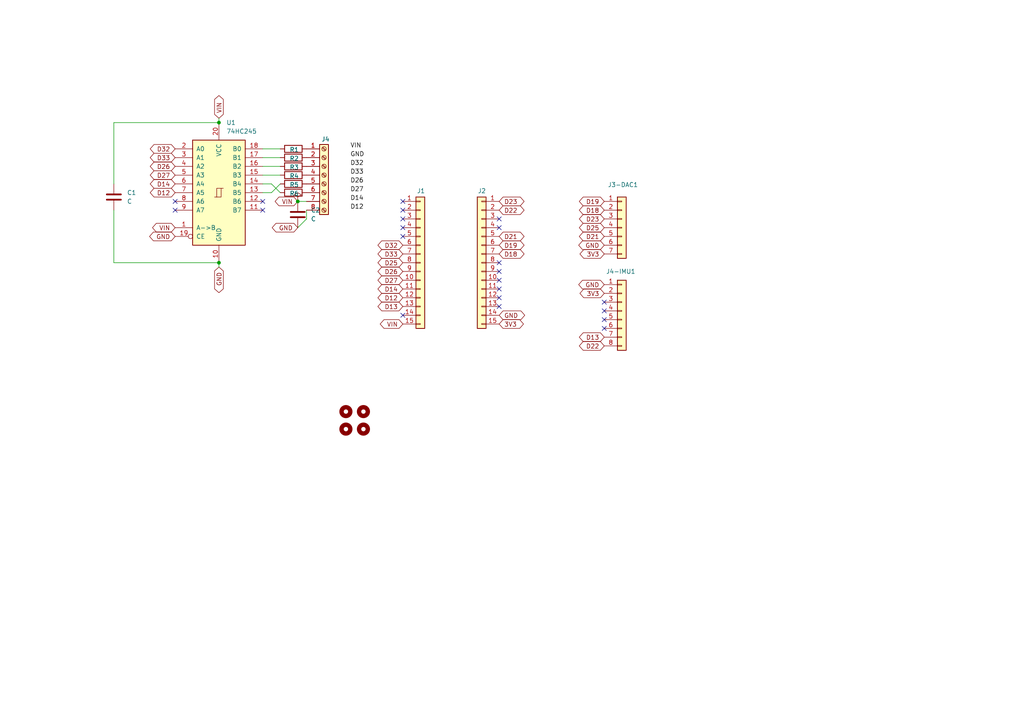
<source format=kicad_sch>
(kicad_sch (version 20250114) (generator "eeschema") (generator_version "9.0")
  (paper "A4")
  (lib_symbols
    (symbol "74xx:74HC245" (pin_names (offset 1.016))
      (property "Reference" "U" (at -7.62 16.51 0))
      (property "Value" "74HC245" (at -7.62 -16.51 0))
      (symbol "74HC245_1_0"
        (polyline (pts (xy -1.27 -1.27) (xy 0.635 -1.27) (xy 0.635 1.27) (xy 1.27 1.27)))
        (polyline (pts (xy -0.635 -1.27) (xy -0.635 1.27) (xy 0.635 1.27)))
        (pin tri_state line (at -12.7 12.7 0) (length 5.08) (name "A0") (number "2"))
        (pin tri_state line (at -12.7 10.16 0) (length 5.08) (name "A1") (number "3"))
        (pin tri_state line (at -12.7 7.62 0) (length 5.08) (name "A2") (number "4"))
        (pin tri_state line (at -12.7 5.08 0) (length 5.08) (name "A3") (number "5"))
        (pin tri_state line (at -12.7 2.54 0) (length 5.08) (name "A4") (number "6"))
        (pin tri_state line (at -12.7 0 0) (length 5.08) (name "A5") (number "7"))
        (pin tri_state line (at -12.7 -2.54 0) (length 5.08) (name "A6") (number "8"))
        (pin tri_state line (at -12.7 -5.08 0) (length 5.08) (name "A7") (number "9"))
        (pin input line (at -12.7 -10.16 0) (length 5.08) (name "A->B") (number "1"))
        (pin input inverted (at -12.7 -12.7 0) (length 5.08) (name "CE") (number "19"))
        (pin power_in line (at 0 20.32 270) (length 5.08) (name "VCC") (number "20"))
        (pin power_in line (at 0 -20.32 90) (length 5.08) (name "GND") (number "10"))
        (pin tri_state line (at 12.7 12.7 180) (length 5.08) (name "B0") (number "18"))
        (pin tri_state line (at 12.7 10.16 180) (length 5.08) (name "B1") (number "17"))
        (pin tri_state line (at 12.7 7.62 180) (length 5.08) (name "B2") (number "16"))
        (pin tri_state line (at 12.7 5.08 180) (length 5.08) (name "B3") (number "15"))
        (pin tri_state line (at 12.7 2.54 180) (length 5.08) (name "B4") (number "14"))
        (pin tri_state line (at 12.7 0 180) (length 5.08) (name "B5") (number "13"))
        (pin tri_state line (at 12.7 -2.54 180) (length 5.08) (name "B6") (number "12"))
        (pin tri_state line (at 12.7 -5.08 180) (length 5.08) (name "B7") (number "11"))
      )
      (symbol "74HC245_1_1"
        (rectangle (start -7.62 15.24) (end 7.62 -15.24) (stroke (width 0.254)) (fill (type background)))
      )
    )
    (symbol "Connector:Screw_Terminal_01x08" (pin_names (offset 1.016) (hide yes))
      (property "Reference" "J" (at 0 10.16 0))
      (property "Value" "Screw_Terminal_01x08" (at 0 -12.7 0))
      (symbol "Screw_Terminal_01x08_1_1"
        (rectangle (start -1.27 8.89) (end 1.27 -11.43) (stroke (width 0.254)) (fill (type background)))
        (polyline (pts (xy -0.5334 7.9502) (xy 0.3302 7.112)) (stroke (width 0.1524)))
        (polyline (pts (xy -0.5334 5.4102) (xy 0.3302 4.572)) (stroke (width 0.1524)))
        (polyline (pts (xy -0.5334 2.8702) (xy 0.3302 2.032)) (stroke (width 0.1524)))
        (polyline (pts (xy -0.5334 0.3302) (xy 0.3302 -0.508)) (stroke (width 0.1524)))
        (polyline (pts (xy -0.5334 -2.2098) (xy 0.3302 -3.048)) (stroke (width 0.1524)))
        (polyline (pts (xy -0.5334 -4.7498) (xy 0.3302 -5.588)) (stroke (width 0.1524)))
        (polyline (pts (xy -0.5334 -7.2898) (xy 0.3302 -8.128)) (stroke (width 0.1524)))
        (polyline (pts (xy -0.5334 -9.8298) (xy 0.3302 -10.668)) (stroke (width 0.1524)))
        (polyline (pts (xy -0.3556 8.128) (xy 0.508 7.2898)) (stroke (width 0.1524)))
        (polyline (pts (xy -0.3556 5.588) (xy 0.508 4.7498)) (stroke (width 0.1524)))
        (polyline (pts (xy -0.3556 3.048) (xy 0.508 2.2098)) (stroke (width 0.1524)))
        (polyline (pts (xy -0.3556 0.508) (xy 0.508 -0.3302)) (stroke (width 0.1524)))
        (polyline (pts (xy -0.3556 -2.032) (xy 0.508 -2.8702)) (stroke (width 0.1524)))
        (polyline (pts (xy -0.3556 -4.572) (xy 0.508 -5.4102)) (stroke (width 0.1524)))
        (polyline (pts (xy -0.3556 -7.112) (xy 0.508 -7.9502)) (stroke (width 0.1524)))
        (polyline (pts (xy -0.3556 -9.652) (xy 0.508 -10.4902)) (stroke (width 0.1524)))
        (circle (center 0 7.62) (radius 0.635) (stroke (width 0.1524)))
        (circle (center 0 5.08) (radius 0.635) (stroke (width 0.1524)))
        (circle (center 0 2.54) (radius 0.635) (stroke (width 0.1524)))
        (circle (center 0 0) (radius 0.635) (stroke (width 0.1524)))
        (circle (center 0 -2.54) (radius 0.635) (stroke (width 0.1524)))
        (circle (center 0 -5.08) (radius 0.635) (stroke (width 0.1524)))
        (circle (center 0 -7.62) (radius 0.635) (stroke (width 0.1524)))
        (circle (center 0 -10.16) (radius 0.635) (stroke (width 0.1524)))
        (pin passive line (at -5.08 7.62 0) (length 3.81) (name "Pin_1") (number "1"))
        (pin passive line (at -5.08 5.08 0) (length 3.81) (name "Pin_2") (number "2"))
        (pin passive line (at -5.08 2.54 0) (length 3.81) (name "Pin_3") (number "3"))
        (pin passive line (at -5.08 0 0) (length 3.81) (name "Pin_4") (number "4"))
        (pin passive line (at -5.08 -2.54 0) (length 3.81) (name "Pin_5") (number "5"))
        (pin passive line (at -5.08 -5.08 0) (length 3.81) (name "Pin_6") (number "6"))
        (pin passive line (at -5.08 -7.62 0) (length 3.81) (name "Pin_7") (number "7"))
        (pin passive line (at -5.08 -10.16 0) (length 3.81) (name "Pin_8") (number "8"))
      )
    )
    (symbol "Connector_Generic:Conn_01x07" (pin_names (offset 1.016) (hide yes))
      (property "Reference" "J" (at 0 10.16 0))
      (property "Value" "Conn_01x07" (at 0 -10.16 0))
      (symbol "Conn_01x07_1_1"
        (rectangle (start -1.27 8.89) (end 1.27 -8.89) (stroke (width 0.254)) (fill (type background)))
        (rectangle (start -1.27 7.747) (end 0 7.493) (stroke (width 0.1524)))
        (rectangle (start -1.27 5.207) (end 0 4.953) (stroke (width 0.1524)))
        (rectangle (start -1.27 2.667) (end 0 2.413) (stroke (width 0.1524)))
        (rectangle (start -1.27 0.127) (end 0 -0.127) (stroke (width 0.1524)))
        (rectangle (start -1.27 -2.413) (end 0 -2.667) (stroke (width 0.1524)))
        (rectangle (start -1.27 -4.953) (end 0 -5.207) (stroke (width 0.1524)))
        (rectangle (start -1.27 -7.493) (end 0 -7.747) (stroke (width 0.1524)))
        (pin passive line (at -5.08 7.62 0) (length 3.81) (name "Pin_1") (number "1"))
        (pin passive line (at -5.08 5.08 0) (length 3.81) (name "Pin_2") (number "2"))
        (pin passive line (at -5.08 2.54 0) (length 3.81) (name "Pin_3") (number "3"))
        (pin passive line (at -5.08 0 0) (length 3.81) (name "Pin_4") (number "4"))
        (pin passive line (at -5.08 -2.54 0) (length 3.81) (name "Pin_5") (number "5"))
        (pin passive line (at -5.08 -5.08 0) (length 3.81) (name "Pin_6") (number "6"))
        (pin passive line (at -5.08 -7.62 0) (length 3.81) (name "Pin_7") (number "7"))
      )
    )
    (symbol "Connector_Generic:Conn_01x08" (pin_names (offset 1.016) (hide yes))
      (property "Reference" "J" (at 0 10.16 0))
      (property "Value" "Conn_01x08" (at 0 -12.7 0))
      (symbol "Conn_01x08_1_1"
        (rectangle (start -1.27 8.89) (end 1.27 -11.43) (stroke (width 0.254)) (fill (type background)))
        (rectangle (start -1.27 7.747) (end 0 7.493) (stroke (width 0.1524)))
        (rectangle (start -1.27 5.207) (end 0 4.953) (stroke (width 0.1524)))
        (rectangle (start -1.27 2.667) (end 0 2.413) (stroke (width 0.1524)))
        (rectangle (start -1.27 0.127) (end 0 -0.127) (stroke (width 0.1524)))
        (rectangle (start -1.27 -2.413) (end 0 -2.667) (stroke (width 0.1524)))
        (rectangle (start -1.27 -4.953) (end 0 -5.207) (stroke (width 0.1524)))
        (rectangle (start -1.27 -7.493) (end 0 -7.747) (stroke (width 0.1524)))
        (rectangle (start -1.27 -10.033) (end 0 -10.287) (stroke (width 0.1524)))
        (pin passive line (at -5.08 7.62 0) (length 3.81) (name "Pin_1") (number "1"))
        (pin passive line (at -5.08 5.08 0) (length 3.81) (name "Pin_2") (number "2"))
        (pin passive line (at -5.08 2.54 0) (length 3.81) (name "Pin_3") (number "3"))
        (pin passive line (at -5.08 0 0) (length 3.81) (name "Pin_4") (number "4"))
        (pin passive line (at -5.08 -2.54 0) (length 3.81) (name "Pin_5") (number "5"))
        (pin passive line (at -5.08 -5.08 0) (length 3.81) (name "Pin_6") (number "6"))
        (pin passive line (at -5.08 -7.62 0) (length 3.81) (name "Pin_7") (number "7"))
        (pin passive line (at -5.08 -10.16 0) (length 3.81) (name "Pin_8") (number "8"))
      )
    )
    (symbol "Connector_Generic:Conn_01x15" (pin_names (offset 1.016) (hide yes))
      (property "Reference" "J" (at 0 20.32 0))
      (property "Value" "Conn_01x15" (at 0 -20.32 0))
      (symbol "Conn_01x15_1_1"
        (rectangle (start -1.27 19.05) (end 1.27 -19.05) (stroke (width 0.254)) (fill (type background)))
        (rectangle (start -1.27 17.907) (end 0 17.653) (stroke (width 0.1524)))
        (rectangle (start -1.27 15.367) (end 0 15.113) (stroke (width 0.1524)))
        (rectangle (start -1.27 12.827) (end 0 12.573) (stroke (width 0.1524)))
        (rectangle (start -1.27 10.287) (end 0 10.033) (stroke (width 0.1524)))
        (rectangle (start -1.27 7.747) (end 0 7.493) (stroke (width 0.1524)))
        (rectangle (start -1.27 5.207) (end 0 4.953) (stroke (width 0.1524)))
        (rectangle (start -1.27 2.667) (end 0 2.413) (stroke (width 0.1524)))
        (rectangle (start -1.27 0.127) (end 0 -0.127) (stroke (width 0.1524)))
        (rectangle (start -1.27 -2.413) (end 0 -2.667) (stroke (width 0.1524)))
        (rectangle (start -1.27 -4.953) (end 0 -5.207) (stroke (width 0.1524)))
        (rectangle (start -1.27 -7.493) (end 0 -7.747) (stroke (width 0.1524)))
        (rectangle (start -1.27 -10.033) (end 0 -10.287) (stroke (width 0.1524)))
        (rectangle (start -1.27 -12.573) (end 0 -12.827) (stroke (width 0.1524)))
        (rectangle (start -1.27 -15.113) (end 0 -15.367) (stroke (width 0.1524)))
        (rectangle (start -1.27 -17.653) (end 0 -17.907) (stroke (width 0.1524)))
        (pin passive line (at -5.08 17.78 0) (length 3.81) (name "Pin_1") (number "1"))
        (pin passive line (at -5.08 15.24 0) (length 3.81) (name "Pin_2") (number "2"))
        (pin passive line (at -5.08 12.7 0) (length 3.81) (name "Pin_3") (number "3"))
        (pin passive line (at -5.08 10.16 0) (length 3.81) (name "Pin_4") (number "4"))
        (pin passive line (at -5.08 7.62 0) (length 3.81) (name "Pin_5") (number "5"))
        (pin passive line (at -5.08 5.08 0) (length 3.81) (name "Pin_6") (number "6"))
        (pin passive line (at -5.08 2.54 0) (length 3.81) (name "Pin_7") (number "7"))
        (pin passive line (at -5.08 0 0) (length 3.81) (name "Pin_8") (number "8"))
        (pin passive line (at -5.08 -2.54 0) (length 3.81) (name "Pin_9") (number "9"))
        (pin passive line (at -5.08 -5.08 0) (length 3.81) (name "Pin_10") (number "10"))
        (pin passive line (at -5.08 -7.62 0) (length 3.81) (name "Pin_11") (number "11"))
        (pin passive line (at -5.08 -10.16 0) (length 3.81) (name "Pin_12") (number "12"))
        (pin passive line (at -5.08 -12.7 0) (length 3.81) (name "Pin_13") (number "13"))
        (pin passive line (at -5.08 -15.24 0) (length 3.81) (name "Pin_14") (number "14"))
        (pin passive line (at -5.08 -17.78 0) (length 3.81) (name "Pin_15") (number "15"))
      )
    )
    (symbol "Device:C" (pin_numbers (hide yes)) (pin_names (offset 0.254))
      (property "Reference" "C" (at 0.635 2.54 0))
      (property "Value" "C" (at 0.635 -2.54 0))
      (symbol "C_0_1"
        (polyline (pts (xy -2.032 0.762) (xy 2.032 0.762)) (stroke (width 0.508)))
        (polyline (pts (xy -2.032 -0.762) (xy 2.032 -0.762)) (stroke (width 0.508)))
      )
      (symbol "C_1_1"
        (pin passive line (at 0 3.81 270) (length 2.794) (name "~") (number "1"))
        (pin passive line (at 0 -3.81 90) (length 2.794) (name "~") (number "2"))
      )
    )
    (symbol "Device:R" (pin_numbers (hide yes)) (pin_names (offset 0))
      (property "Reference" "R" (at 2.032 0 90))
      (property "Value" "R" (at 0 0 90))
      (symbol "R_0_1"
        (rectangle (start -1.016 -2.54) (end 1.016 2.54) (stroke (width 0.254)))
      )
      (symbol "R_1_1"
        (pin passive line (at 0 3.81 270) (length 1.27) (name "~") (number "1"))
        (pin passive line (at 0 -3.81 90) (length 1.27) (name "~") (number "2"))
      )
    )
    (symbol "Mechanical:MountingHole" (pin_names (offset 1.016)) (in_bom no)
      (property "Reference" "H" (at 0 5.08 0))
      (property "Value" "MountingHole" (at 0 3.175 0))
      (symbol "MountingHole_0_1"
        (circle (center 0 0) (radius 1.27) (stroke (width 1.27)))
      )
    )
    (symbol "power:PWR_FLAG" (power) (pin_numbers (hide yes)) (pin_names (offset 0) (hide yes))
      (property "Value" "PWR_FLAG" (at 0 3.81 0))
      (symbol "PWR_FLAG_0_0"
        (pin power_out line (at 0 0 90) (length 0) (name "~") (number "1"))
      )
      (symbol "PWR_FLAG_0_1"
        (polyline (pts (xy 0 0) (xy 0 1.27) (xy -1.016 1.905) (xy 0 2.54) (xy 1.016 1.905) (xy 0 1.27)))
      )
    )
  )
  (junction (at 63.5 76.2))
  (junction (at 63.5 35.56))
  (junction (at 86.36 58.42))
  (no_connect (at 116.84 60.96))
  (no_connect (at 116.84 58.42))
  (no_connect (at 116.84 63.5))
  (no_connect (at 175.26 95.25))
  (no_connect (at 144.78 86.36))
  (no_connect (at 116.84 66.04))
  (no_connect (at 144.78 76.2))
  (no_connect (at 144.78 63.5))
  (no_connect (at 116.84 68.58))
  (no_connect (at 116.84 91.44))
  (no_connect (at 144.78 83.82))
  (no_connect (at 175.26 90.17))
  (no_connect (at 50.8 58.42))
  (no_connect (at 144.78 81.28))
  (no_connect (at 76.2 58.42))
  (no_connect (at 50.8 60.96))
  (no_connect (at 76.2 60.96))
  (no_connect (at 175.26 87.63))
  (no_connect (at 144.78 78.74))
  (no_connect (at 175.26 92.71))
  (no_connect (at 144.78 88.9))
  (no_connect (at 144.78 66.04))
  (wire (pts (xy 78.74 53.34) (xy 81.28 55.88)))
  (wire (pts (xy 81.28 50.8) (xy 76.2 50.8)))
  (wire (pts (xy 78.74 55.88) (xy 81.28 53.34)))
  (wire (pts (xy 76.2 55.88) (xy 78.74 55.88)))
  (wire (pts (xy 63.5 34.29) (xy 63.5 35.56)))
  (wire (pts (xy 76.2 53.34) (xy 78.74 53.34)))
  (wire (pts (xy 33.02 60.96) (xy 33.02 76.2)))
  (wire (pts (xy 81.28 45.72) (xy 76.2 45.72)))
  (wire (pts (xy 86.36 58.42) (xy 88.9 58.42)))
  (wire (pts (xy 33.02 76.2) (xy 63.5 76.2)))
  (wire (pts (xy 88.9 60.96) (xy 88.9 63.5)))
  (wire (pts (xy 76.2 43.18) (xy 81.28 43.18)))
  (wire (pts (xy 88.9 63.5) (xy 86.36 66.04)))
  (wire (pts (xy 33.02 35.56) (xy 63.5 35.56)))
  (wire (pts (xy 33.02 35.56) (xy 33.02 53.34)))
  (wire (pts (xy 81.28 48.26) (xy 76.2 48.26)))
  (wire (pts (xy 63.5 77.47) (xy 63.5 76.2)))
  (label "GND" (at 101.6 45.72 0))
  (label "D26" (at 101.6 53.34 0))
  (label "D12" (at 101.6 60.96 0))
  (label "D14" (at 101.6 58.42 0))
  (label "D33" (at 101.6 50.8 0))
  (label "D32" (at 101.6 48.26 0))
  (label "VIN" (at 101.6 43.18 0))
  (label "D27" (at 101.6 55.88 0))
  (global_label "D21" (shape bidirectional) (at 144.78 68.58 0) (property "Intersheetrefs" "${INTERSHEET_REFS}" (effects (hide yes))))
  (global_label "D33" (shape bidirectional) (at 116.84 73.66 180) (property "Intersheetrefs" "${INTERSHEET_REFS}" (effects (hide yes))))
  (global_label "D19" (shape bidirectional) (at 144.78 71.12 0) (property "Intersheetrefs" "${INTERSHEET_REFS}" (effects (hide yes))))
  (global_label "D22" (shape bidirectional) (at 144.78 60.96 0) (property "Intersheetrefs" "${INTERSHEET_REFS}" (effects (hide yes))))
  (global_label "D21" (shape bidirectional) (at 175.26 68.58 180) (property "Intersheetrefs" "${INTERSHEET_REFS}" (effects (hide yes))))
  (global_label "D25" (shape bidirectional) (at 116.84 76.2 180) (property "Intersheetrefs" "${INTERSHEET_REFS}" (effects (hide yes))))
  (global_label "D18" (shape bidirectional) (at 144.78 73.66 0) (property "Intersheetrefs" "${INTERSHEET_REFS}" (effects (hide yes))))
  (global_label "VIN" (shape bidirectional) (at 63.5 34.29 90) (property "Intersheetrefs" "${INTERSHEET_REFS}" (effects (hide yes))))
  (global_label "D26" (shape bidirectional) (at 50.8 48.26 180) (property "Intersheetrefs" "${INTERSHEET_REFS}" (effects (hide yes))))
  (global_label "D25" (shape bidirectional) (at 175.26 66.04 180) (property "Intersheetrefs" "${INTERSHEET_REFS}" (effects (hide yes))))
  (global_label "3V3" (shape bidirectional) (at 175.26 73.66 180) (property "Intersheetrefs" "${INTERSHEET_REFS}" (effects (hide yes))))
  (global_label "VIN" (shape bidirectional) (at 116.84 93.98 180) (property "Intersheetrefs" "${INTERSHEET_REFS}" (effects (hide yes))))
  (global_label "D27" (shape bidirectional) (at 116.84 81.28 180) (property "Intersheetrefs" "${INTERSHEET_REFS}" (effects (hide yes))))
  (global_label "D22" (shape bidirectional) (at 175.26 100.33 180) (property "Intersheetrefs" "${INTERSHEET_REFS}" (effects (hide yes))))
  (global_label "D32" (shape bidirectional) (at 116.84 71.12 180) (property "Intersheetrefs" "${INTERSHEET_REFS}" (effects (hide yes))))
  (global_label "D13" (shape bidirectional) (at 116.84 88.9 180) (property "Intersheetrefs" "${INTERSHEET_REFS}" (effects (hide yes))))
  (global_label "VIN" (shape bidirectional) (at 50.8 66.04 180) (property "Intersheetrefs" "${INTERSHEET_REFS}" (effects (hide yes))))
  (global_label "3V3" (shape bidirectional) (at 175.26 85.09 180) (property "Intersheetrefs" "${INTERSHEET_REFS}" (effects (hide yes))))
  (global_label "GND" (shape bidirectional) (at 50.8 68.58 180) (property "Intersheetrefs" "${INTERSHEET_REFS}" (effects (hide yes))))
  (global_label "D23" (shape bidirectional) (at 175.26 63.5 180) (property "Intersheetrefs" "${INTERSHEET_REFS}" (effects (hide yes))))
  (global_label "GND" (shape bidirectional) (at 63.5 77.47 270) (property "Intersheetrefs" "${INTERSHEET_REFS}" (effects (hide yes))))
  (global_label "GND" (shape bidirectional) (at 175.26 82.55 180) (property "Intersheetrefs" "${INTERSHEET_REFS}" (effects (hide yes))))
  (global_label "D18" (shape bidirectional) (at 175.26 60.96 180) (property "Intersheetrefs" "${INTERSHEET_REFS}" (effects (hide yes))))
  (global_label "D13" (shape bidirectional) (at 175.26 97.79 180) (property "Intersheetrefs" "${INTERSHEET_REFS}" (effects (hide yes))))
  (global_label "D32" (shape bidirectional) (at 50.8 43.18 180) (property "Intersheetrefs" "${INTERSHEET_REFS}" (effects (hide yes))))
  (global_label "VIN" (shape bidirectional) (at 86.36 58.42 180) (property "Intersheetrefs" "${INTERSHEET_REFS}" (effects (hide yes))))
  (global_label "GND" (shape bidirectional) (at 144.78 91.44 0) (property "Intersheetrefs" "${INTERSHEET_REFS}" (effects (hide yes))))
  (global_label "3V3" (shape bidirectional) (at 144.78 93.98 0) (property "Intersheetrefs" "${INTERSHEET_REFS}" (effects (hide yes))))
  (global_label "D27" (shape bidirectional) (at 50.8 50.8 180) (property "Intersheetrefs" "${INTERSHEET_REFS}" (effects (hide yes))))
  (global_label "D33" (shape bidirectional) (at 50.8 45.72 180) (property "Intersheetrefs" "${INTERSHEET_REFS}" (effects (hide yes))))
  (global_label "GND" (shape bidirectional) (at 86.36 66.04 180) (property "Intersheetrefs" "${INTERSHEET_REFS}" (effects (hide yes))))
  (global_label "D19" (shape bidirectional) (at 175.26 58.42 180) (property "Intersheetrefs" "${INTERSHEET_REFS}" (effects (hide yes))))
  (global_label "D26" (shape bidirectional) (at 116.84 78.74 180) (property "Intersheetrefs" "${INTERSHEET_REFS}" (effects (hide yes))))
  (global_label "D14" (shape bidirectional) (at 116.84 83.82 180) (property "Intersheetrefs" "${INTERSHEET_REFS}" (effects (hide yes))))
  (global_label "D12" (shape bidirectional) (at 50.8 55.88 180) (property "Intersheetrefs" "${INTERSHEET_REFS}" (effects (hide yes))))
  (global_label "D23" (shape bidirectional) (at 144.78 58.42 0) (property "Intersheetrefs" "${INTERSHEET_REFS}" (effects (hide yes))))
  (global_label "D12" (shape bidirectional) (at 116.84 86.36 180) (property "Intersheetrefs" "${INTERSHEET_REFS}" (effects (hide yes))))
  (global_label "GND" (shape bidirectional) (at 175.26 71.12 180) (property "Intersheetrefs" "${INTERSHEET_REFS}" (effects (hide yes))))
  (global_label "D14" (shape bidirectional) (at 50.8 53.34 180) (property "Intersheetrefs" "${INTERSHEET_REFS}" (effects (hide yes))))
  (symbol (lib_id "Connector:Screw_Terminal_01x08") (at 93.98 50.8 0) (unit 1)
    (property "Reference" "J4" (at 93.218 40.386 0) (effects (justify left)))
    (property "Value" "Screw_Terminal_01x08" (effects (hide yes)))
    (property "Footprint" "TerminalBlock_Phoenix:TerminalBlock_Phoenix_PT-1,5-8-3.5-H_1x08_P3.50mm_Horizontal" (effects (hide yes)))
    (property "Description" "Generic screw terminal, single row, 01x08, script generated (kicad-library-utils/schlib/autogen/connector/)" (effects (hide yes)))
  )
  (symbol (lib_id "Connector_Generic:Conn_01x07") (at 180.34 66.04 0) (unit 1)
    (property "Reference" "J3-DAC1" (at 176.276 53.594 0) (effects (justify left)))
    (property "Value" "Conn_01x07" (effects (hide yes)))
    (property "Footprint" "Connector_PinSocket_2.54mm:PinSocket_1x07_P2.54mm_Vertical" (effects (hide yes)))
    (property "Description" "Generic connector, single row, 01x07, script generated (kicad-library-utils/schlib/autogen/connector/)" (effects (hide yes)))
  )
  (symbol (lib_id "Mechanical:MountingHole") (at 105.41 124.46 0) (unit 1) (in_bom no)
    (property "Reference" "H3" (effects (hide yes)))
    (property "Value" "MountingHole" (effects (hide yes)))
    (property "Footprint" "MountingHole:MountingHole_3.2mm_M3" (effects (hide yes)))
    (property "Description" "Mounting Hole without connection" (effects (hide yes)))
  )
  (symbol (lib_id "Device:R") (at 85.09 48.26 90) (unit 1)
    (property "Reference" "R3" (at 85.344 48.514 90))
    (property "Value" "R" (effects (hide yes)))
    (property "Footprint" "Resistor_THT:R_Axial_DIN0207_L6.3mm_D2.5mm_P7.62mm_Horizontal" (effects (hide yes)))
    (property "Description" "Resistor" (effects (hide yes)))
  )
  (symbol (lib_id "Connector_Generic:Conn_01x15") (at 139.7 76.2 0) (mirror y) (unit 1)
    (property "Reference" "J2" (at 140.97 55.372 0) (effects (justify left)))
    (property "Value" "Conn_01x15" (effects (hide yes)))
    (property "Footprint" "Connector_PinSocket_2.54mm:PinSocket_1x15_P2.54mm_Vertical" (effects (hide yes)))
    (property "Description" "Generic connector, single row, 01x15, script generated (kicad-library-utils/schlib/autogen/connector/)" (effects (hide yes)))
  )
  (symbol (lib_id "Device:R") (at 85.09 50.8 90) (unit 1)
    (property "Reference" "R4" (at 85.344 51.054 90))
    (property "Value" "R" (effects (hide yes)))
    (property "Footprint" "Resistor_THT:R_Axial_DIN0207_L6.3mm_D2.5mm_P7.62mm_Horizontal" (effects (hide yes)))
    (property "Description" "Resistor" (effects (hide yes)))
  )
  (symbol (lib_id "Mechanical:MountingHole") (at 100.33 119.38 0) (unit 1) (in_bom no)
    (property "Reference" "H1" (effects (hide yes)))
    (property "Value" "MountingHole" (effects (hide yes)))
    (property "Footprint" "MountingHole:MountingHole_3.2mm_M3" (effects (hide yes)))
    (property "Description" "Mounting Hole without connection" (effects (hide yes)))
  )
  (symbol (lib_id "74xx:74HC245") (at 63.5 55.88 0) (unit 1)
    (property "Reference" "U1" (at 65.6433 35.56 0) (effects (justify left)))
    (property "Value" "74HC245" (at 65.6433 38.1 0) (effects (justify left)))
    (property "Footprint" "Package_DIP:DIP-20_W7.62mm_LongPads" (effects (hide yes)))
    (property "Datasheet" "http://www.ti.com/lit/gpn/sn74HC245" (effects (hide yes)))
    (property "Description" "Octal BUS Transceivers, 3-State outputs" (effects (hide yes)))
  )
  (symbol (lib_id "Device:C") (at 33.02 57.15 0) (unit 1)
    (property "Reference" "C1" (at 36.83 55.8799 0) (effects (justify left)))
    (property "Value" "C" (at 36.83 58.4199 0) (effects (justify left)))
    (property "Footprint" "Capacitor_THT:C_Disc_D5.0mm_W2.5mm_P2.50mm" (effects (hide yes)))
    (property "Description" "Unpolarized capacitor" (effects (hide yes)))
  )
  (symbol (lib_id "power:PWR_FLAG") (at 86.36 58.42 0) (unit 1)
    (property "Reference" "#FLG01" (effects (hide yes)))
    (property "Value" "PWR_FLAG" (effects (hide yes)))
    (property "Description" "Special symbol for telling ERC where power comes from" (effects (hide yes)))
  )
  (symbol (lib_id "Device:C") (at 86.36 62.23 0) (unit 1)
    (property "Reference" "C2" (at 90.17 60.9599 0) (effects (justify left)))
    (property "Value" "C" (at 90.17 63.4999 0) (effects (justify left)))
    (property "Footprint" "Capacitor_THT:C_Radial_D10.0mm_H20.0mm_P5.00mm" (effects (hide yes)))
    (property "Description" "Unpolarized capacitor" (effects (hide yes)))
  )
  (symbol (lib_id "Device:R") (at 85.09 45.72 90) (unit 1)
    (property "Reference" "R2" (at 85.344 45.974 90))
    (property "Value" "R" (effects (hide yes)))
    (property "Footprint" "Resistor_THT:R_Axial_DIN0207_L6.3mm_D2.5mm_P7.62mm_Horizontal" (effects (hide yes)))
    (property "Description" "Resistor" (effects (hide yes)))
  )
  (symbol (lib_id "Device:R") (at 85.09 43.18 90) (unit 1)
    (property "Reference" "R1" (at 85.344 43.434 90))
    (property "Value" "R" (effects (hide yes)))
    (property "Footprint" "Resistor_THT:R_Axial_DIN0207_L6.3mm_D2.5mm_P7.62mm_Horizontal" (effects (hide yes)))
    (property "Description" "Resistor" (effects (hide yes)))
  )
  (symbol (lib_id "Connector_Generic:Conn_01x08") (at 180.34 90.17 0) (unit 1)
    (property "Reference" "J4-IMU1" (at 175.768 78.74 0) (effects (justify left)))
    (property "Value" "Conn_01x08" (effects (hide yes)))
    (property "Footprint" "Connector_PinSocket_2.54mm:PinSocket_1x08_P2.54mm_Vertical" (effects (hide yes)))
    (property "Description" "Generic connector, single row, 01x08, script generated (kicad-library-utils/schlib/autogen/connector/)" (effects (hide yes)))
  )
  (symbol (lib_id "Mechanical:MountingHole") (at 100.33 124.46 0) (unit 1) (in_bom no)
    (property "Reference" "H2" (effects (hide yes)))
    (property "Value" "MountingHole" (effects (hide yes)))
    (property "Footprint" "MountingHole:MountingHole_3.2mm_M3" (effects (hide yes)))
    (property "Description" "Mounting Hole without connection" (effects (hide yes)))
  )
  (symbol (lib_id "Device:R") (at 85.09 55.88 90) (unit 1)
    (property "Reference" "R6" (at 85.344 56.134 90))
    (property "Value" "R" (effects (hide yes)))
    (property "Footprint" "Resistor_THT:R_Axial_DIN0207_L6.3mm_D2.5mm_P7.62mm_Horizontal" (effects (hide yes)))
    (property "Description" "Resistor" (effects (hide yes)))
  )
  (symbol (lib_id "Device:R") (at 85.09 53.34 90) (unit 1)
    (property "Reference" "R5" (at 85.344 53.594 90))
    (property "Value" "R" (effects (hide yes)))
    (property "Footprint" "Resistor_THT:R_Axial_DIN0207_L6.3mm_D2.5mm_P7.62mm_Horizontal" (effects (hide yes)))
    (property "Description" "Resistor" (effects (hide yes)))
  )
  (symbol (lib_id "Mechanical:MountingHole") (at 105.41 119.38 0) (unit 1) (in_bom no)
    (property "Reference" "H4" (effects (hide yes)))
    (property "Value" "MountingHole" (effects (hide yes)))
    (property "Footprint" "MountingHole:MountingHole_3.2mm_M3" (effects (hide yes)))
    (property "Description" "Mounting Hole without connection" (effects (hide yes)))
  )
  (symbol (lib_id "Connector_Generic:Conn_01x15") (at 121.92 76.2 0) (unit 1)
    (property "Reference" "J1" (at 120.904 55.372 0) (effects (justify left)))
    (property "Value" "Conn_01x15" (effects (hide yes)))
    (property "Footprint" "Connector_PinSocket_2.54mm:PinSocket_1x15_P2.54mm_Vertical" (effects (hide yes)))
    (property "Description" "Generic connector, single row, 01x15, script generated (kicad-library-utils/schlib/autogen/connector/)" (effects (hide yes)))
  )
)
</source>
